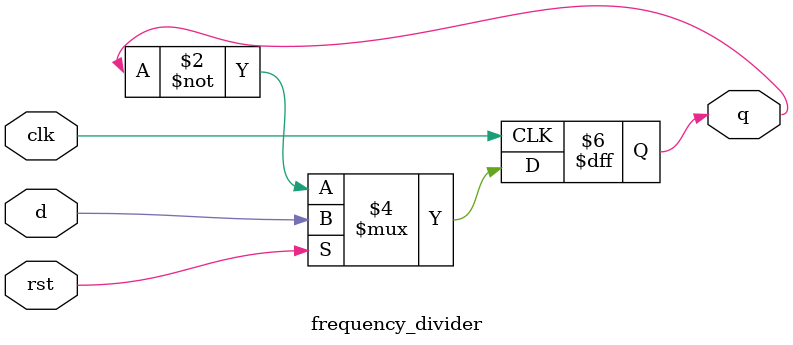
<source format=v>
`timescale 1ns / 1ps


module frequency_divider(input clk,d,rst,output reg q );
always @ (posedge clk)
begin
    if(rst)
        q<=d;
    else
    begin
        q<=~q;
        end
end
endmodule

</source>
